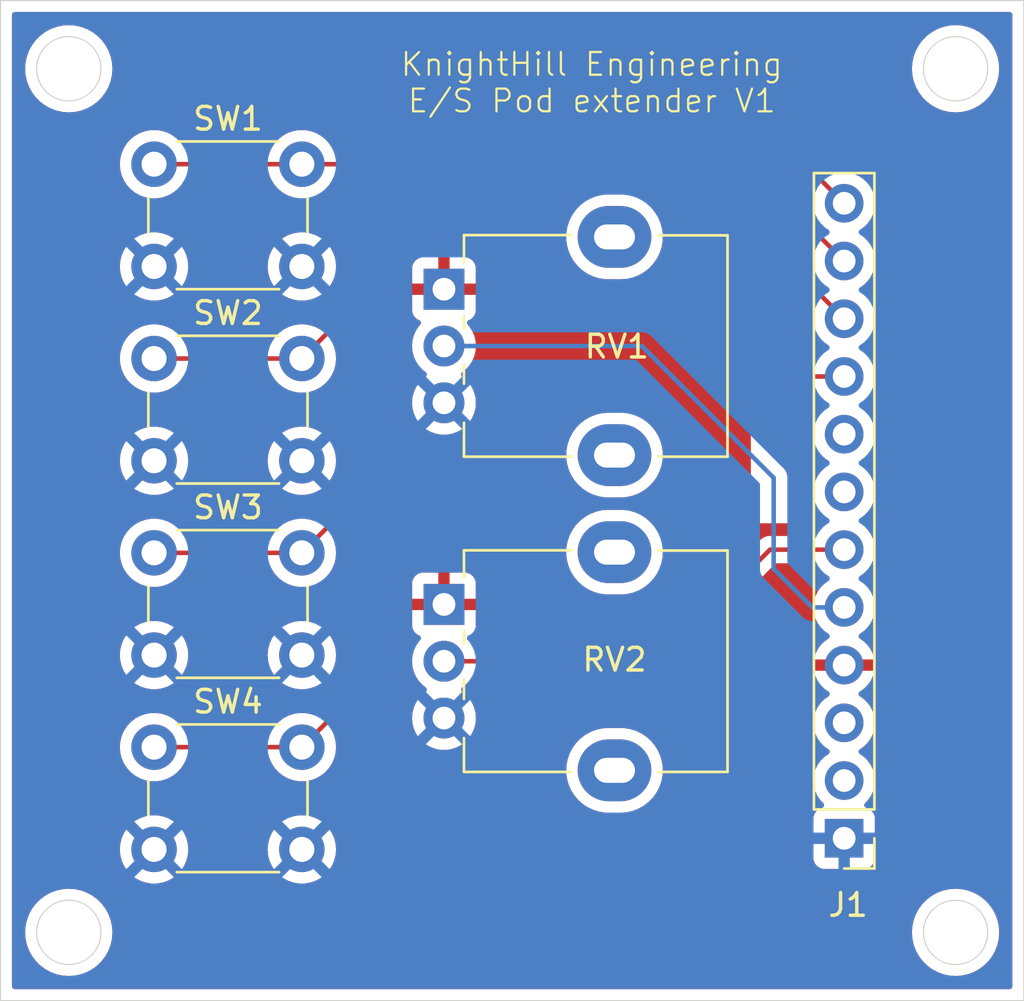
<source format=kicad_pcb>
(kicad_pcb (version 20221018) (generator pcbnew)
  (layers (0 "F.Cu" signal) (31 "B.Cu" signal) (34 "B.Paste" user) (35 "F.Paste" user) (36 "B.SilkS" user "B.Silkscreen") (37 "F.SilkS" user "F.Silkscreen") (38 "B.Mask" user) (39 "F.Mask" user) (44 "Edge.Cuts" user))
  (net 0 "")
  (net 1 "GND")
  (net 2 "/VIN")
  (net 3 "VDD")
  (net 4 "VDDA")
  (net 5 "/A1{slash}D16")
  (net 6 "/A7{slash}D22")
  (net 7 "/D12")
  (net 8 "/D11")
  (net 9 "/D10")
  (net 10 "/D9")
  (net 11 "/D8")
  (net 12 "/D7")
  (footprint "Potentiometer_THT:Potentiometer_Alpha_RD901F-40-00D_Single_Vertical" (layer "F.Cu") (at 92.5 92.57)
    (fp_text reference "RV2" (at 7.5 2.43 180) (layer "F.SilkS"))
    (fp_text value "10k")
    (fp_line (start 0.88 -2.38) (end 5.6 -2.38) (stroke (width 0.12)) (layer "F.SilkS"))
    (fp_line (start 0.88 -1.19) (end 0.88 -2.37) (stroke (width 0.12)) (layer "F.SilkS"))
    (fp_line (start 0.88 1.71) (end 0.88 1.18) (stroke (width 0.12)) (layer "F.SilkS"))
    (fp_line (start 0.88 4.16) (end 0.88 3.33) (stroke (width 0.12)) (layer "F.SilkS"))
    (fp_line (start 0.88 7.37) (end 0.88 5.88) (stroke (width 0.12)) (layer "F.SilkS"))
    (fp_line (start 0.88 7.37) (end 5.6 7.37) (stroke (width 0.12)) (layer "F.SilkS"))
    (fp_line (start 9.41 -2.37) (end 12.47 -2.37) (stroke (width 0.12)) (layer "F.SilkS"))
    (fp_line (start 9.41 7.37) (end 12.47 7.37) (stroke (width 0.12)) (layer "F.SilkS"))
    (fp_line (start 12.47 7.37) (end 12.47 -2.37) (stroke (width 0.12)) (layer "F.SilkS"))
    (pad "" thru_hole oval (at 7.5 -2.3 90) (size 2.72 3.24) (drill oval 1.1 1.8) (layers "*.Cu" "*.Mask"))
    (pad "" thru_hole oval (at 7.5 7.3 90) (size 2.72 3.24) (drill oval 1.1 1.8) (layers "*.Cu" "*.Mask"))
    (pad "1" thru_hole rect (at 0 0 90) (size 1.8 1.8) (drill 1) (layers "*.Cu" "*.Mask") (net 4 "VDDA"))
    (pad "2" thru_hole circle (at 0 2.5 90) (size 1.8 1.8) (drill 1) (layers "*.Cu" "*.Mask") (net 6 "/A7{slash}D22"))
    (pad "3" thru_hole circle (at 0 5 90) (size 1.8 1.8) (drill 1) (layers "*.Cu" "*.Mask") (net 1 "GND"))
  )
  (footprint "Button_Switch_THT:SW_PUSH_6mm" (layer "F.Cu") (at 79.75 81.75)
    (fp_text reference "SW2" (at 3.25 -2) (layer "F.SilkS"))
    (fp_text value "SW_Push")
    (fp_line (start -0.25 1.5) (end -0.25 3) (stroke (width 0.12)) (layer "F.SilkS"))
    (fp_line (start 1 5.5) (end 5.5 5.5) (stroke (width 0.12)) (layer "F.SilkS"))
    (fp_line (start 5.5 -1) (end 1 -1) (stroke (width 0.12)) (layer "F.SilkS"))
    (fp_line (start 6.75 3) (end 6.75 1.5) (stroke (width 0.12)) (layer "F.SilkS"))
    (pad "1" thru_hole circle (at 0 0 90) (size 2 2) (drill 1.1) (layers "*.Cu" "*.Mask") (net 11 "/D8"))
    (pad "1" thru_hole circle (at 6.5 0 90) (size 2 2) (drill 1.1) (layers "*.Cu" "*.Mask") (net 11 "/D8"))
    (pad "2" thru_hole circle (at 0 4.5 90) (size 2 2) (drill 1.1) (layers "*.Cu" "*.Mask") (net 1 "GND"))
    (pad "2" thru_hole circle (at 6.5 4.5 90) (size 2 2) (drill 1.1) (layers "*.Cu" "*.Mask") (net 1 "GND"))
  )
  (footprint "Connector_PinHeader_2.54mm:PinHeader_1x12_P2.54mm_Vertical" (layer "F.Cu") (at 110.1 102.86 180)
    (fp_text reference "J1" (at -0.173895 -2.931512) (layer "F.SilkS"))
    (fp_text value "POD")
    (fp_line (start -1.33 -1.33) (end 0 -1.33) (stroke (width 0.12)) (layer "F.SilkS"))
    (fp_line (start -1.33 0) (end -1.33 -1.33) (stroke (width 0.12)) (layer "F.SilkS"))
    (fp_line (start -1.33 1.27) (end -1.33 29.27) (stroke (width 0.12)) (layer "F.SilkS"))
    (fp_line (start -1.33 1.27) (end 1.33 1.27) (stroke (width 0.12)) (layer "F.SilkS"))
    (fp_line (start -1.33 29.27) (end 1.33 29.27) (stroke (width 0.12)) (layer "F.SilkS"))
    (fp_line (start 1.33 1.27) (end 1.33 29.27) (stroke (width 0.12)) (layer "F.SilkS"))
    (pad "1" thru_hole rect (at 0 0 180) (size 1.7 1.7) (drill 1) (layers "*.Cu" "*.Mask") (net 1 "GND"))
    (pad "2" thru_hole oval (at 0 2.54 180) (size 1.7 1.7) (drill 1) (layers "*.Cu" "*.Mask") (net 2 "/VIN"))
    (pad "3" thru_hole oval (at 0 5.08 180) (size 1.7 1.7) (drill 1) (layers "*.Cu" "*.Mask") (net 3 "VDD"))
    (pad "4" thru_hole oval (at 0 7.62 180) (size 1.7 1.7) (drill 1) (layers "*.Cu" "*.Mask") (net 4 "VDDA"))
    (pad "5" thru_hole oval (at 0 10.16 180) (size 1.7 1.7) (drill 1) (layers "*.Cu" "*.Mask") (net 5 "/A1{slash}D16"))
    (pad "6" thru_hole oval (at 0 12.7 180) (size 1.7 1.7) (drill 1) (layers "*.Cu" "*.Mask") (net 6 "/A7{slash}D22"))
    (pad "7" thru_hole oval (at 0 15.24 180) (size 1.7 1.7) (drill 1) (layers "*.Cu" "*.Mask") (net 7 "/D12"))
    (pad "8" thru_hole oval (at 0 17.78 180) (size 1.7 1.7) (drill 1) (layers "*.Cu" "*.Mask") (net 8 "/D11"))
    (pad "9" thru_hole oval (at 0 20.32 180) (size 1.7 1.7) (drill 1) (layers "*.Cu" "*.Mask") (net 9 "/D10"))
    (pad "10" thru_hole oval (at 0 22.86 180) (size 1.7 1.7) (drill 1) (layers "*.Cu" "*.Mask") (net 10 "/D9"))
    (pad "11" thru_hole oval (at 0 25.4 180) (size 1.7 1.7) (drill 1) (layers "*.Cu" "*.Mask") (net 11 "/D8"))
    (pad "12" thru_hole oval (at 0 27.94 180) (size 1.7 1.7) (drill 1) (layers "*.Cu" "*.Mask") (net 12 "/D7"))
  )
  (footprint "Button_Switch_THT:SW_PUSH_6mm" (layer "F.Cu") (at 79.75 73.2)
    (fp_text reference "SW1" (at 3.25 -2) (layer "F.SilkS"))
    (fp_text value "SW_Push")
    (fp_line (start -0.25 1.5) (end -0.25 3) (stroke (width 0.12)) (layer "F.SilkS"))
    (fp_line (start 1 5.5) (end 5.5 5.5) (stroke (width 0.12)) (layer "F.SilkS"))
    (fp_line (start 5.5 -1) (end 1 -1) (stroke (width 0.12)) (layer "F.SilkS"))
    (fp_line (start 6.75 3) (end 6.75 1.5) (stroke (width 0.12)) (layer "F.SilkS"))
    (pad "1" thru_hole circle (at 0 0 90) (size 2 2) (drill 1.1) (layers "*.Cu" "*.Mask") (net 12 "/D7"))
    (pad "1" thru_hole circle (at 6.5 0 90) (size 2 2) (drill 1.1) (layers "*.Cu" "*.Mask") (net 12 "/D7"))
    (pad "2" thru_hole circle (at 0 4.5 90) (size 2 2) (drill 1.1) (layers "*.Cu" "*.Mask") (net 1 "GND"))
    (pad "2" thru_hole circle (at 6.5 4.5 90) (size 2 2) (drill 1.1) (layers "*.Cu" "*.Mask") (net 1 "GND"))
  )
  (footprint "Button_Switch_THT:SW_PUSH_6mm" (layer "F.Cu") (at 79.75 90.3)
    (fp_text reference "SW3" (at 3.25 -2) (layer "F.SilkS"))
    (fp_text value "SW_Push")
    (fp_line (start -0.25 1.5) (end -0.25 3) (stroke (width 0.12)) (layer "F.SilkS"))
    (fp_line (start 1 5.5) (end 5.5 5.5) (stroke (width 0.12)) (layer "F.SilkS"))
    (fp_line (start 5.5 -1) (end 1 -1) (stroke (width 0.12)) (layer "F.SilkS"))
    (fp_line (start 6.75 3) (end 6.75 1.5) (stroke (width 0.12)) (layer "F.SilkS"))
    (pad "1" thru_hole circle (at 0 0 90) (size 2 2) (drill 1.1) (layers "*.Cu" "*.Mask") (net 10 "/D9"))
    (pad "1" thru_hole circle (at 6.5 0 90) (size 2 2) (drill 1.1) (layers "*.Cu" "*.Mask") (net 10 "/D9"))
    (pad "2" thru_hole circle (at 0 4.5 90) (size 2 2) (drill 1.1) (layers "*.Cu" "*.Mask") (net 1 "GND"))
    (pad "2" thru_hole circle (at 6.5 4.5 90) (size 2 2) (drill 1.1) (layers "*.Cu" "*.Mask") (net 1 "GND"))
  )
  (footprint "Potentiometer_THT:Potentiometer_Alpha_RD901F-40-00D_Single_Vertical" (layer "F.Cu") (at 92.5 78.7)
    (fp_text reference "RV1" (at 7.601907 2.525407 180) (layer "F.SilkS"))
    (fp_text value "10k")
    (fp_line (start 0.88 -2.38) (end 5.6 -2.38) (stroke (width 0.12)) (layer "F.SilkS"))
    (fp_line (start 0.88 -1.19) (end 0.88 -2.37) (stroke (width 0.12)) (layer "F.SilkS"))
    (fp_line (start 0.88 1.71) (end 0.88 1.18) (stroke (width 0.12)) (layer "F.SilkS"))
    (fp_line (start 0.88 4.16) (end 0.88 3.33) (stroke (width 0.12)) (layer "F.SilkS"))
    (fp_line (start 0.88 7.37) (end 0.88 5.88) (stroke (width 0.12)) (layer "F.SilkS"))
    (fp_line (start 0.88 7.37) (end 5.6 7.37) (stroke (width 0.12)) (layer "F.SilkS"))
    (fp_line (start 9.41 -2.37) (end 12.47 -2.37) (stroke (width 0.12)) (layer "F.SilkS"))
    (fp_line (start 9.41 7.37) (end 12.47 7.37) (stroke (width 0.12)) (layer "F.SilkS"))
    (fp_line (start 12.47 7.37) (end 12.47 -2.37) (stroke (width 0.12)) (layer "F.SilkS"))
    (pad "" thru_hole oval (at 7.5 -2.3 90) (size 2.72 3.24) (drill oval 1.1 1.8) (layers "*.Cu" "*.Mask"))
    (pad "" thru_hole oval (at 7.5 7.3 90) (size 2.72 3.24) (drill oval 1.1 1.8) (layers "*.Cu" "*.Mask"))
    (pad "1" thru_hole rect (at 0 0 90) (size 1.8 1.8) (drill 1) (layers "*.Cu" "*.Mask") (net 4 "VDDA"))
    (pad "2" thru_hole circle (at 0 2.5 90) (size 1.8 1.8) (drill 1) (layers "*.Cu" "*.Mask") (net 5 "/A1{slash}D16"))
    (pad "3" thru_hole circle (at 0 5 90) (size 1.8 1.8) (drill 1) (layers "*.Cu" "*.Mask") (net 1 "GND"))
  )
  (footprint "Button_Switch_THT:SW_PUSH_6mm" (layer "F.Cu") (at 79.75 98.85)
    (fp_text reference "SW4" (at 3.25 -2) (layer "F.SilkS"))
    (fp_text value "SW_Push")
    (fp_line (start -0.25 1.5) (end -0.25 3) (stroke (width 0.12)) (layer "F.SilkS"))
    (fp_line (start 1 5.5) (end 5.5 5.5) (stroke (width 0.12)) (layer "F.SilkS"))
    (fp_line (start 5.5 -1) (end 1 -1) (stroke (width 0.12)) (layer "F.SilkS"))
    (fp_line (start 6.75 3) (end 6.75 1.5) (stroke (width 0.12)) (layer "F.SilkS"))
    (pad "1" thru_hole circle (at 0 0 90) (size 2 2) (drill 1.1) (layers "*.Cu" "*.Mask") (net 9 "/D10"))
    (pad "1" thru_hole circle (at 6.5 0 90) (size 2 2) (drill 1.1) (layers "*.Cu" "*.Mask") (net 9 "/D10"))
    (pad "2" thru_hole circle (at 0 4.5 90) (size 2 2) (drill 1.1) (layers "*.Cu" "*.Mask") (net 1 "GND"))
    (pad "2" thru_hole circle (at 6.5 4.5 90) (size 2 2) (drill 1.1) (layers "*.Cu" "*.Mask") (net 1 "GND"))
  )
  (gr_circle (center 76 107) (end 77 108) (stroke (width 0.05)) (fill none) (layer "Edge.Cuts"))
  (gr_rect (start 73 66) (end 118 110) (stroke (width 0.05)) (fill none) (layer "Edge.Cuts"))
  (gr_circle (center 115 69) (end 116 70) (stroke (width 0.05)) (fill none) (layer "Edge.Cuts"))
  (gr_circle (center 115 107) (end 116 108) (stroke (width 0.05)) (fill none) (layer "Edge.Cuts"))
  (gr_circle (center 76 69) (end 77 70) (stroke (width 0.05)) (fill none) (layer "Edge.Cuts"))
  (gr_text "KnightHill Engineering\nE/S Pod extender V1\n" (at 99 71) (layer "F.SilkS") (effects (font (size 1 1) (thickness 0.1)) (justify bottom)))
  (segment (start 107 91) (end 108.7 92.7) (width 0.2) (layer "B.Cu") (net 5))
  (segment (start 107 87) (end 107 91) (width 0.2) (layer "B.Cu") (net 5))
  (segment (start 108.7 92.7) (end 110.1 92.7) (width 0.2) (layer "B.Cu") (net 5))
  (segment (start 101.2 81.2) (end 107 87) (width 0.2) (layer "B.Cu") (net 5))
  (segment (start 92.5 81.2) (end 101.2 81.2) (width 0.2) (layer "B.Cu") (net 5))
  (segment (start 110.1 90.16) (end 106.84 90.16) (width 0.2) (layer "F.Cu") (net 6))
  (segment (start 106.84 90.16) (end 101.93 95.07) (width 0.2) (layer "F.Cu") (net 6))
  (segment (start 101.93 95.07) (end 92.5 95.07) (width 0.2) (layer "F.Cu") (net 6))
  (segment (start 89.8 74.4) (end 105.908628 74.4) (width 0.2) (layer "F.Cu") (net 9))
  (segment (start 86.25 98.85) (end 89.8 95.3) (width 0.2) (layer "F.Cu") (net 9))
  (segment (start 105.908628 74.4) (end 107 75.491372) (width 0.2) (layer "F.Cu") (net 9))
  (segment (start 89.8 95.3) (end 89.8 74.4) (width 0.2) (layer "F.Cu") (net 9))
  (segment (start 108.54 82.54) (end 110.1 82.54) (width 0.2) (layer "F.Cu") (net 9))
  (segment (start 107 75.491372) (end 107 81) (width 0.2) (layer "F.Cu") (net 9))
  (segment (start 107 81) (end 108.54 82.54) (width 0.2) (layer "F.Cu") (net 9))
  (segment (start 79.75 98.85) (end 86.25 98.85) (width 0.2) (layer "F.Cu") (net 9))
  (segment (start 89.4 87.15) (end 89.4 74) (width 0.2) (layer "F.Cu") (net 10))
  (segment (start 79.75 90.3) (end 86.25 90.3) (width 0.2) (layer "F.Cu") (net 10))
  (segment (start 106.074314 74) (end 107.537157 75.462843) (width 0.2) (layer "F.Cu") (net 10))
  (segment (start 89.4 74) (end 106.074314 74) (width 0.2) (layer "F.Cu") (net 10))
  (segment (start 107.537157 77.437157) (end 110.1 80) (width 0.2) (layer "F.Cu") (net 10))
  (segment (start 86.25 90.3) (end 89.4 87.15) (width 0.2) (layer "F.Cu") (net 10))
  (segment (start 107.537157 75.462843) (end 107.537157 77.437157) (width 0.2) (layer "F.Cu") (net 10))
  (segment (start 89 73.6) (end 106.24 73.6) (width 0.2) (layer "F.Cu") (net 11))
  (segment (start 89 79) (end 89 73.6) (width 0.2) (layer "F.Cu") (net 11))
  (segment (start 79.75 81.75) (end 86.25 81.75) (width 0.2) (layer "F.Cu") (net 11))
  (segment (start 86.25 81.75) (end 89 79) (width 0.2) (layer "F.Cu") (net 11))
  (segment (start 106.24 73.6) (end 110.1 77.46) (width 0.2) (layer "F.Cu") (net 11))
  (segment (start 86.25 73.2) (end 108.38 73.2) (width 0.2) (layer "F.Cu") (net 12))
  (segment (start 79.75 73.2) (end 86.25 73.2) (width 0.2) (layer "F.Cu") (net 12))
  (segment (start 108.38 73.2) (end 110.1 74.92) (width 0.2) (layer "F.Cu") (net 12))
  (zone (net 4) (net_name "VDDA") (layer "F.Cu") (priority 1) (connect_pads (clearance 0.5)) (min_thickness 0.25) (fill yes (thermal_gap 0.5) (thermal_bridge_width 0.5) (island_removal_mode 1) (island_area_min 10))
    (polygon (pts (xy 73 66) (xy 73 110) (xy 118 110) (xy 118 66)))
  )
  (zone (net 0) (net_name "") (layer "F.Cu") (connect_pads (clearance 0)) (min_thickness 0.25)
    (keepout (tracks allowed) (vias allowed) (pads allowed) (copperpour not_allowed) (footprints allowed))
    (fill (thermal_gap 0.5) (thermal_bridge_width 0.5))
    (polygon (pts (xy 105.989194 72.56256) (xy 106 89) (xy 112 89) (xy 111.989194 72.56256)))
  )
  (zone (net 1) (net_name "GND") (layer "B.Cu") (connect_pads (clearance 0.5)) (min_thickness 0.25) (fill yes (thermal_gap 0.5) (thermal_bridge_width 0.5))
    (polygon (pts (xy 73 66) (xy 73 110) (xy 118 110) (xy 118 66)))
  )
)
</source>
